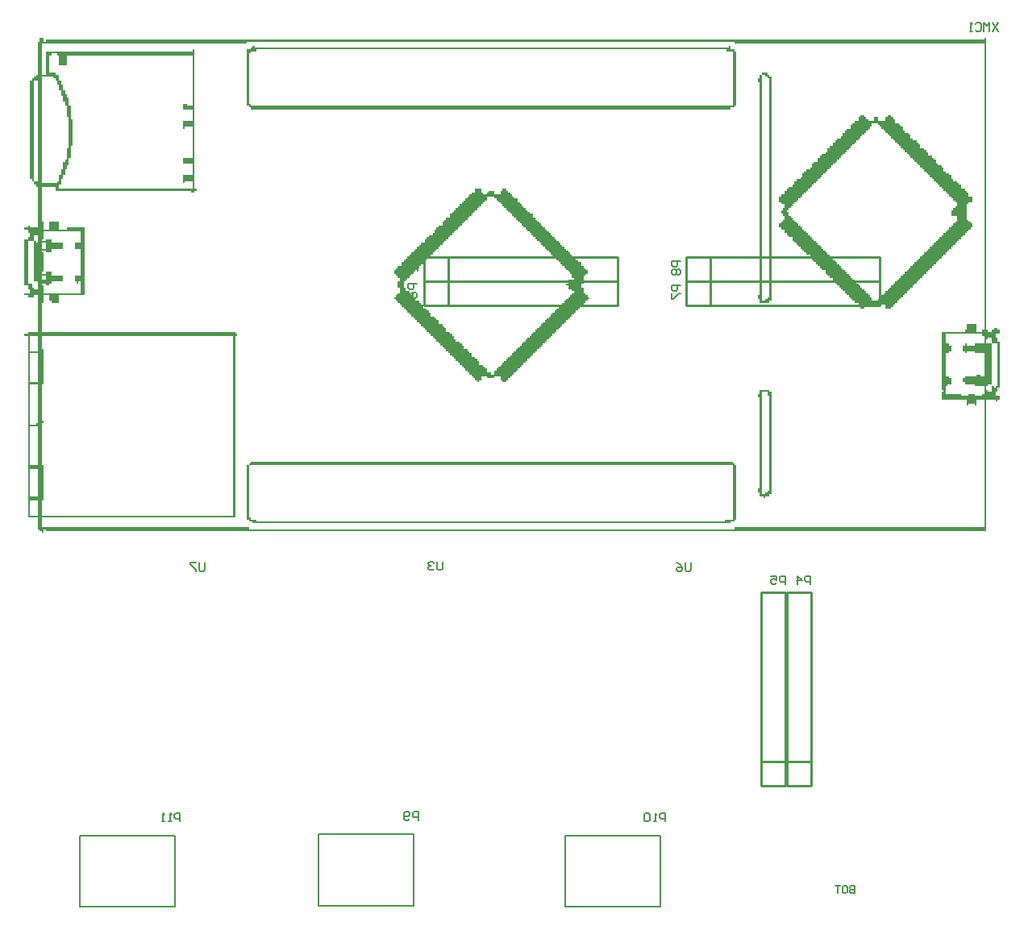
<source format=gbr>
G04 Layer_Color=32896*
%FSLAX26Y26*%
%MOIN*%
%TF.FileFunction,Legend,Bot*%
%TF.Part,Single*%
G01*
G75*
%TA.AperFunction,NonConductor*%
%ADD40C,0.007874*%
%ADD41C,0.010000*%
%ADD42C,0.007000*%
%ADD43C,0.006000*%
G36*
X4139000Y2298913D02*
X4147000D01*
Y2290913D01*
X4163000D01*
Y2298913D01*
X4171000D01*
Y2306913D01*
X4187000D01*
Y2298913D01*
X4195000D01*
Y2282913D01*
X4179000D01*
Y2266913D01*
X4187000D01*
Y2250913D01*
X4195000D01*
Y2058913D01*
X4187000D01*
Y2042913D01*
X4179000D01*
Y2026913D01*
X4195000D01*
Y2010913D01*
X4187000D01*
Y2002913D01*
X4179000D01*
Y2010913D01*
X4139000D01*
Y1466913D01*
X251000D01*
Y1474913D01*
X243000D01*
Y1458913D01*
X235000D01*
Y1466913D01*
X227000D01*
Y1474913D01*
X219000D01*
Y1522913D01*
X179000D01*
Y2274913D01*
X163000D01*
Y2282913D01*
X179000D01*
Y2290913D01*
X219000D01*
Y2442913D01*
X203000D01*
Y2434913D01*
X179000D01*
Y2442913D01*
X163000D01*
Y2450913D01*
X187000D01*
Y2466913D01*
X179000D01*
Y2482913D01*
X163000D01*
Y2674913D01*
X179000D01*
Y2682913D01*
X187000D01*
Y2698913D01*
X179000D01*
Y2714913D01*
X163000D01*
Y2722913D01*
X179000D01*
Y2730913D01*
X187000D01*
Y2722913D01*
X219000D01*
Y2890913D01*
X211000D01*
Y2898913D01*
X203000D01*
Y2914913D01*
X195000D01*
Y2922913D01*
X187000D01*
Y3330913D01*
X195000D01*
Y3338913D01*
X203000D01*
Y3346913D01*
X211000D01*
Y3354913D01*
X219000D01*
Y3490913D01*
X227000D01*
Y3506913D01*
X243000D01*
Y3490913D01*
X251000D01*
Y3498913D01*
X4131000D01*
Y3506913D01*
X4139000D01*
Y2298913D01*
D02*
G37*
%LPC*%
G36*
X4123000Y2282913D02*
X3971000D01*
Y2242913D01*
X3987000D01*
Y2234913D01*
X3995000D01*
Y2210913D01*
X3987000D01*
Y2202913D01*
X3971000D01*
Y2106913D01*
X3987000D01*
Y2098913D01*
X3995000D01*
Y2074913D01*
X3979000D01*
Y2066913D01*
X3971000D01*
Y2034913D01*
X4035000D01*
Y2026913D01*
X4067000D01*
Y2034913D01*
X4091000D01*
Y2026913D01*
X4123000D01*
Y2034913D01*
X4131000D01*
Y2066913D01*
X4091000D01*
Y2074913D01*
X4051000D01*
Y2082913D01*
X4043000D01*
Y2098913D01*
X4051000D01*
Y2106913D01*
X4099000D01*
Y2114913D01*
X4115000D01*
Y2106913D01*
X4131000D01*
Y2202913D01*
X4091000D01*
Y2210913D01*
X4059000D01*
Y2202913D01*
X4051000D01*
Y2210913D01*
X4043000D01*
Y2234913D01*
X4051000D01*
Y2242913D01*
X4059000D01*
Y2234913D01*
X4091000D01*
Y2242913D01*
X4131000D01*
Y2274913D01*
X4123000D01*
Y2282913D01*
D02*
G37*
G36*
X219000Y2274913D02*
X187000D01*
Y2210913D01*
X219000D01*
Y2274913D01*
D02*
G37*
G36*
Y1594913D02*
X187000D01*
Y1530913D01*
X219000D01*
Y1594913D01*
D02*
G37*
G36*
X251000Y2522913D02*
X235000D01*
Y2506913D01*
X251000D01*
Y2522913D01*
D02*
G37*
G36*
X203000Y2666913D02*
X179000D01*
Y2490913D01*
X195000D01*
Y2474913D01*
X203000D01*
Y2466913D01*
X219000D01*
Y2498913D01*
X203000D01*
Y2666913D01*
D02*
G37*
G36*
X1027000Y2274913D02*
X235000D01*
Y2218913D01*
X243000D01*
Y2074913D01*
X235000D01*
Y1922913D01*
X243000D01*
Y1914913D01*
X235000D01*
Y1738913D01*
X243000D01*
Y1594913D01*
X235000D01*
Y1530913D01*
X1027000D01*
Y2274913D01*
D02*
G37*
G36*
X219000Y1898913D02*
X187000D01*
Y1738913D01*
X219000D01*
Y1898913D01*
D02*
G37*
G36*
Y1722913D02*
X187000D01*
Y1610913D01*
X219000D01*
Y1722913D01*
D02*
G37*
G36*
Y2074913D02*
X187000D01*
Y1906913D01*
X211000D01*
Y1914913D01*
X219000D01*
Y2074913D01*
D02*
G37*
G36*
Y2202913D02*
X187000D01*
Y2082913D01*
X219000D01*
Y2202913D01*
D02*
G37*
G36*
X4163000Y2266913D02*
X4147000D01*
Y2258913D01*
X4139000D01*
Y2242913D01*
X4163000D01*
Y2074913D01*
X4147000D01*
Y2066913D01*
X4139000D01*
Y2050913D01*
X4147000D01*
Y2042913D01*
X4163000D01*
Y2066913D01*
X4171000D01*
Y2058913D01*
X4179000D01*
Y2066913D01*
X4187000D01*
Y2242913D01*
X4163000D01*
Y2266913D01*
D02*
G37*
G36*
X283000Y3346913D02*
X235000D01*
Y2906913D01*
X299000D01*
Y2914913D01*
X307000D01*
Y2938913D01*
X315000D01*
Y2962913D01*
X323000D01*
Y2994913D01*
X331000D01*
Y3002913D01*
X339000D01*
Y3050913D01*
X347000D01*
Y3178913D01*
X339000D01*
Y3226913D01*
X331000D01*
Y3242913D01*
X323000D01*
Y3266913D01*
X315000D01*
Y3290913D01*
X307000D01*
Y3314913D01*
X299000D01*
Y3330913D01*
X291000D01*
Y3338913D01*
X283000D01*
Y3346913D01*
D02*
G37*
G36*
X3099000Y3490913D02*
X1083000D01*
Y3482913D01*
X235000D01*
Y3354913D01*
X251000D01*
Y3450913D01*
X859000D01*
Y3458913D01*
X867000D01*
Y2882913D01*
X875000D01*
Y2874913D01*
X867000D01*
Y2866913D01*
X851000D01*
Y2874913D01*
X291000D01*
Y2890913D01*
X235000D01*
Y2746913D01*
X243000D01*
Y2714913D01*
X267000D01*
Y2746913D01*
X307000D01*
Y2714913D01*
X339000D01*
Y2722913D01*
X411000D01*
Y2442913D01*
X307000D01*
Y2410913D01*
X275000D01*
Y2418913D01*
X267000D01*
Y2442913D01*
X243000D01*
Y2410913D01*
X235000D01*
Y2290913D01*
X1035000D01*
Y2282913D01*
X1043000D01*
Y2274913D01*
X1035000D01*
Y1522913D01*
X235000D01*
Y1482913D01*
X1091000D01*
Y1474913D01*
X3099000D01*
Y1482913D01*
X4131000D01*
Y2010913D01*
X4099000D01*
Y1986913D01*
X4091000D01*
Y1994913D01*
X4067000D01*
Y1986913D01*
X4059000D01*
Y2010913D01*
X3955000D01*
Y2042913D01*
X3963000D01*
Y2050913D01*
X3955000D01*
Y2290913D01*
X4051000D01*
Y2298913D01*
X4059000D01*
Y2322913D01*
X4099000D01*
Y2290913D01*
X4123000D01*
Y2298913D01*
X4131000D01*
Y3482913D01*
X3099000D01*
Y3490913D01*
D02*
G37*
G36*
X299000Y3442913D02*
X275000D01*
Y3434913D01*
X267000D01*
Y3362913D01*
X291000D01*
Y3354913D01*
X307000D01*
Y3330913D01*
X315000D01*
Y3314913D01*
X323000D01*
Y3290913D01*
X331000D01*
Y3274913D01*
X339000D01*
Y3258913D01*
X347000D01*
Y3226913D01*
X355000D01*
Y3170913D01*
X363000D01*
Y3058913D01*
X355000D01*
Y3010913D01*
X347000D01*
Y2978913D01*
X339000D01*
Y2962913D01*
X331000D01*
Y2938913D01*
X323000D01*
Y2922913D01*
X315000D01*
Y2898913D01*
X307000D01*
Y2882913D01*
X859000D01*
Y2914913D01*
X827000D01*
Y2906913D01*
X819000D01*
Y2938913D01*
X859000D01*
Y2986913D01*
X819000D01*
Y3010913D01*
X859000D01*
Y3138913D01*
X827000D01*
Y3130913D01*
X819000D01*
Y3162913D01*
X859000D01*
Y3210913D01*
X819000D01*
Y3234913D01*
X835000D01*
Y3226913D01*
X859000D01*
Y3434913D01*
X339000D01*
Y3394913D01*
X307000D01*
Y3434913D01*
X299000D01*
Y3442913D01*
D02*
G37*
G36*
X219000Y3330913D02*
X203000D01*
Y2914913D01*
X219000D01*
Y3330913D01*
D02*
G37*
G36*
X251000Y2658913D02*
X235000D01*
Y2634913D01*
X251000D01*
Y2658913D01*
D02*
G37*
G36*
X395000Y2706913D02*
X243000D01*
Y2674913D01*
X235000D01*
Y2666913D01*
X251000D01*
Y2674913D01*
X275000D01*
Y2658913D01*
X323000D01*
Y2634913D01*
X275000D01*
Y2618913D01*
X251000D01*
Y2626913D01*
X235000D01*
Y2618913D01*
X243000D01*
Y2538913D01*
X235000D01*
Y2530913D01*
X251000D01*
Y2538913D01*
X275000D01*
Y2522913D01*
X323000D01*
Y2498913D01*
X275000D01*
Y2490913D01*
X267000D01*
Y2482913D01*
X251000D01*
Y2490913D01*
X235000D01*
Y2482913D01*
X243000D01*
Y2450913D01*
X395000D01*
Y2498913D01*
X387000D01*
Y2490913D01*
X379000D01*
Y2498913D01*
X371000D01*
Y2522913D01*
X395000D01*
Y2634913D01*
X371000D01*
Y2658913D01*
X395000D01*
Y2706913D01*
D02*
G37*
G36*
X219000Y2690913D02*
X203000D01*
Y2666913D01*
X211000D01*
Y2658913D01*
X219000D01*
Y2690913D01*
D02*
G37*
%LPD*%
G36*
X3083000Y3458913D02*
X3099000D01*
Y3450913D01*
X3107000D01*
Y3226913D01*
X3099000D01*
Y3218913D01*
X3083000D01*
Y3210913D01*
X1099000D01*
Y3218913D01*
X1091000D01*
Y3226913D01*
X1083000D01*
Y3458913D01*
X1099000D01*
Y3466913D01*
X1107000D01*
Y3474913D01*
X1115000D01*
Y3466913D01*
X3075000D01*
Y3474913D01*
X3083000D01*
Y3458913D01*
D02*
G37*
G36*
X3091000Y1746913D02*
X3099000D01*
Y1738913D01*
X3107000D01*
Y1514913D01*
X3099000D01*
Y1506913D01*
X3083000D01*
Y1498913D01*
X1107000D01*
Y1506913D01*
X1091000D01*
Y1514913D01*
X1083000D01*
Y1738913D01*
X1091000D01*
Y1522913D01*
X1099000D01*
Y1514913D01*
X1123000D01*
Y1506913D01*
X3059000D01*
Y1514913D01*
X3091000D01*
Y1738913D01*
X1091000D01*
Y1746913D01*
X1099000D01*
Y1754913D01*
X3091000D01*
Y1746913D01*
D02*
G37*
G36*
X3243000Y2042913D02*
X3251000D01*
Y1618913D01*
X3243000D01*
Y1610913D01*
X3227000D01*
Y1602913D01*
X3219000D01*
Y1610913D01*
X3203000D01*
Y1626913D01*
X3195000D01*
Y1642913D01*
X3203000D01*
Y2018913D01*
X3195000D01*
Y2034913D01*
X3203000D01*
Y2050913D01*
X3243000D01*
Y2042913D01*
D02*
G37*
G36*
X2155000Y2874913D02*
X2163000D01*
Y2866913D01*
X2171000D01*
Y2858913D01*
X2179000D01*
Y2850913D01*
X2187000D01*
Y2842913D01*
X2203000D01*
Y2826913D01*
X2211000D01*
Y2818913D01*
X2219000D01*
Y2810913D01*
X2227000D01*
Y2802913D01*
X2235000D01*
Y2794913D01*
X2243000D01*
Y2786913D01*
X2251000D01*
Y2778913D01*
X2267000D01*
Y2762913D01*
X2275000D01*
Y2754913D01*
X2283000D01*
Y2746913D01*
X2291000D01*
Y2738913D01*
X2299000D01*
Y2730913D01*
X2307000D01*
Y2722913D01*
X2315000D01*
Y2714913D01*
X2323000D01*
Y2706913D01*
X2331000D01*
Y2698913D01*
X2339000D01*
Y2690913D01*
X2347000D01*
Y2682913D01*
X2355000D01*
Y2674913D01*
X2363000D01*
Y2666913D01*
X2371000D01*
Y2658913D01*
X2379000D01*
Y2650913D01*
X2387000D01*
Y2642913D01*
X2395000D01*
Y2634913D01*
X2403000D01*
Y2626913D01*
X2411000D01*
Y2618913D01*
X2419000D01*
Y2610913D01*
X2427000D01*
Y2602913D01*
X2435000D01*
Y2594913D01*
X2443000D01*
Y2586913D01*
X2451000D01*
Y2578913D01*
X2467000D01*
Y2562913D01*
X2475000D01*
Y2554913D01*
X2483000D01*
Y2546913D01*
X2491000D01*
Y2530913D01*
X2483000D01*
Y2522913D01*
X2475000D01*
Y2490913D01*
X2467000D01*
Y2474913D01*
X2475000D01*
Y2450913D01*
X2483000D01*
Y2442913D01*
X2491000D01*
Y2434913D01*
X2499000D01*
Y2426913D01*
X2491000D01*
Y2418913D01*
X2483000D01*
Y2410913D01*
X2475000D01*
Y2402913D01*
X2467000D01*
Y2394913D01*
X2459000D01*
Y2386913D01*
X2451000D01*
Y2378913D01*
X2443000D01*
Y2370913D01*
X2435000D01*
Y2362913D01*
X2427000D01*
Y2354913D01*
X2419000D01*
Y2346913D01*
X2411000D01*
Y2338913D01*
X2403000D01*
Y2330913D01*
X2395000D01*
Y2322913D01*
X2387000D01*
Y2314913D01*
X2379000D01*
Y2306913D01*
X2371000D01*
Y2298913D01*
X2363000D01*
Y2290913D01*
X2355000D01*
Y2282913D01*
X2347000D01*
Y2274913D01*
X2339000D01*
Y2266913D01*
X2331000D01*
Y2258913D01*
X2323000D01*
Y2250913D01*
X2315000D01*
Y2242913D01*
X2307000D01*
Y2234913D01*
X2299000D01*
Y2226913D01*
X2291000D01*
Y2218913D01*
X2283000D01*
Y2210913D01*
X2275000D01*
Y2202913D01*
X2267000D01*
Y2194913D01*
X2259000D01*
Y2186913D01*
X2251000D01*
Y2178913D01*
X2243000D01*
Y2170913D01*
X2235000D01*
Y2162913D01*
X2227000D01*
Y2154913D01*
X2219000D01*
Y2146913D01*
X2211000D01*
Y2138913D01*
X2203000D01*
Y2130913D01*
X2195000D01*
Y2122913D01*
X2187000D01*
Y2114913D01*
X2179000D01*
Y2106913D01*
X2171000D01*
Y2098913D01*
X2163000D01*
Y2090913D01*
X2155000D01*
Y2082913D01*
X2139000D01*
Y2090913D01*
X2131000D01*
Y2106913D01*
X2107000D01*
Y2098913D01*
X2075000D01*
Y2106913D01*
X2051000D01*
Y2090913D01*
X2043000D01*
Y2082913D01*
X2035000D01*
Y2090913D01*
X2027000D01*
Y2098913D01*
X2019000D01*
Y2106913D01*
X2011000D01*
Y2114913D01*
X2003000D01*
Y2122913D01*
X1995000D01*
Y2130913D01*
X1987000D01*
Y2138913D01*
X1979000D01*
Y2146913D01*
X1971000D01*
Y2154913D01*
X1963000D01*
Y2162913D01*
X1955000D01*
Y2170913D01*
X1947000D01*
Y2178913D01*
X1939000D01*
Y2186913D01*
X1931000D01*
Y2194913D01*
X1923000D01*
Y2202913D01*
X1915000D01*
Y2210913D01*
X1907000D01*
Y2218913D01*
X1899000D01*
Y2226913D01*
X1891000D01*
Y2234913D01*
X1883000D01*
Y2242913D01*
X1875000D01*
Y2250913D01*
X1867000D01*
Y2258913D01*
X1859000D01*
Y2266913D01*
X1851000D01*
Y2274913D01*
X1843000D01*
Y2282913D01*
X1835000D01*
Y2290913D01*
X1827000D01*
Y2298913D01*
X1819000D01*
Y2306913D01*
X1811000D01*
Y2314913D01*
X1803000D01*
Y2322913D01*
X1795000D01*
Y2330913D01*
X1787000D01*
Y2338913D01*
X1779000D01*
Y2346913D01*
X1771000D01*
Y2354913D01*
X1763000D01*
Y2362913D01*
X1755000D01*
Y2370913D01*
X1747000D01*
Y2378913D01*
X1739000D01*
Y2386913D01*
X1731000D01*
Y2394913D01*
X1723000D01*
Y2402913D01*
X1715000D01*
Y2410913D01*
X1707000D01*
Y2418913D01*
X1699000D01*
Y2426913D01*
X1691000D01*
Y2434913D01*
X1699000D01*
Y2442913D01*
X1707000D01*
Y2450913D01*
X1715000D01*
Y2474913D01*
X1707000D01*
Y2498913D01*
X1715000D01*
Y2514913D01*
X1707000D01*
Y2522913D01*
X1699000D01*
Y2530913D01*
X1691000D01*
Y2546913D01*
X1699000D01*
Y2554913D01*
X1707000D01*
Y2562913D01*
X1723000D01*
Y2578913D01*
X1731000D01*
Y2586913D01*
X1739000D01*
Y2594913D01*
X1747000D01*
Y2602913D01*
X1755000D01*
Y2610913D01*
X1763000D01*
Y2618913D01*
X1771000D01*
Y2626913D01*
X1779000D01*
Y2634913D01*
X1787000D01*
Y2642913D01*
X1795000D01*
Y2650913D01*
X1803000D01*
Y2658913D01*
X1819000D01*
Y2674913D01*
X1827000D01*
Y2682913D01*
X1835000D01*
Y2690913D01*
X1851000D01*
Y2698913D01*
X1859000D01*
Y2714913D01*
X1867000D01*
Y2722913D01*
X1875000D01*
Y2730913D01*
X1891000D01*
Y2746913D01*
X1899000D01*
Y2754913D01*
X1907000D01*
Y2762913D01*
X1923000D01*
Y2778913D01*
X1931000D01*
Y2786913D01*
X1939000D01*
Y2794913D01*
X1947000D01*
Y2802913D01*
X1955000D01*
Y2810913D01*
X1963000D01*
Y2818913D01*
X1971000D01*
Y2826913D01*
X1979000D01*
Y2834913D01*
X1987000D01*
Y2842913D01*
X1995000D01*
Y2850913D01*
X2003000D01*
Y2858913D01*
X2011000D01*
Y2866913D01*
X2027000D01*
Y2882913D01*
X2051000D01*
Y2866913D01*
X2059000D01*
Y2858913D01*
X2075000D01*
Y2866913D01*
X2083000D01*
Y2874913D01*
X2107000D01*
Y2858913D01*
X2131000D01*
Y2874913D01*
X2139000D01*
Y2882913D01*
X2155000D01*
Y2874913D01*
D02*
G37*
G36*
X3235000Y3354913D02*
X3243000D01*
Y3346913D01*
X3251000D01*
Y2418913D01*
X3243000D01*
Y2410913D01*
X3203000D01*
Y2426913D01*
X3195000D01*
Y2442913D01*
X3203000D01*
Y3322913D01*
X3195000D01*
Y3338913D01*
X3203000D01*
Y3354913D01*
X3211000D01*
Y2418913D01*
X3227000D01*
Y2426913D01*
X3235000D01*
Y2434913D01*
X3243000D01*
Y3338913D01*
X3235000D01*
Y3346913D01*
X3227000D01*
Y3354913D01*
X3211000D01*
Y3362913D01*
X3235000D01*
Y3354913D01*
D02*
G37*
G36*
X3747000Y3178913D02*
X3755000D01*
Y3170913D01*
X3763000D01*
Y3154913D01*
X3779000D01*
Y3146913D01*
X3787000D01*
Y3138913D01*
X3795000D01*
Y3122913D01*
X3803000D01*
Y3114913D01*
X3819000D01*
Y3106913D01*
X3827000D01*
Y3090913D01*
X3835000D01*
Y3082913D01*
X3851000D01*
Y3074913D01*
X3859000D01*
Y3066913D01*
X3867000D01*
Y3050913D01*
X3883000D01*
Y3042913D01*
X3891000D01*
Y3034913D01*
X3899000D01*
Y3018913D01*
X3915000D01*
Y3010913D01*
X3923000D01*
Y3002913D01*
X3931000D01*
Y2986913D01*
X3939000D01*
Y2978913D01*
X3955000D01*
Y2970913D01*
X3963000D01*
Y2954913D01*
X3971000D01*
Y2946913D01*
X3987000D01*
Y2938913D01*
X3995000D01*
Y2922913D01*
X4003000D01*
Y2914913D01*
X4019000D01*
Y2906913D01*
X4027000D01*
Y2898913D01*
X4035000D01*
Y2882913D01*
X4051000D01*
Y2874913D01*
X4059000D01*
Y2866913D01*
X4067000D01*
Y2850913D01*
X4083000D01*
Y2826913D01*
X4067000D01*
Y2818913D01*
X4059000D01*
Y2754913D01*
X4067000D01*
Y2746913D01*
X4075000D01*
Y2738913D01*
X4083000D01*
Y2722913D01*
X4075000D01*
Y2714913D01*
X4067000D01*
Y2706913D01*
X4059000D01*
Y2698913D01*
X4051000D01*
Y2690913D01*
X4043000D01*
Y2682913D01*
X4035000D01*
Y2674913D01*
X4027000D01*
Y2666913D01*
X4019000D01*
Y2658913D01*
X4011000D01*
Y2650913D01*
X4003000D01*
Y2642913D01*
X3995000D01*
Y2634913D01*
X3987000D01*
Y2626913D01*
X3979000D01*
Y2618913D01*
X3971000D01*
Y2610913D01*
X3963000D01*
Y2602913D01*
X3955000D01*
Y2594913D01*
X3947000D01*
Y2586913D01*
X3939000D01*
Y2578913D01*
X3931000D01*
Y2570913D01*
X3923000D01*
Y2562913D01*
X3915000D01*
Y2554913D01*
X3907000D01*
Y2546913D01*
X3899000D01*
Y2538913D01*
X3891000D01*
Y2530913D01*
X3883000D01*
Y2522913D01*
X3875000D01*
Y2514913D01*
X3867000D01*
Y2506913D01*
X3859000D01*
Y2498913D01*
X3851000D01*
Y2490913D01*
X3843000D01*
Y2482913D01*
X3835000D01*
Y2474913D01*
X3827000D01*
Y2466913D01*
X3819000D01*
Y2458913D01*
X3811000D01*
Y2450913D01*
X3803000D01*
Y2442913D01*
X3795000D01*
Y2434913D01*
X3787000D01*
Y2426913D01*
X3779000D01*
Y2418913D01*
X3771000D01*
Y2410913D01*
X3763000D01*
Y2402913D01*
X3755000D01*
Y2394913D01*
X3747000D01*
Y2386913D01*
X3723000D01*
Y2402913D01*
X3643000D01*
Y2394913D01*
X3635000D01*
Y2386913D01*
X3619000D01*
Y2394913D01*
X3611000D01*
Y2410913D01*
X3595000D01*
Y2418913D01*
X3587000D01*
Y2426913D01*
X3579000D01*
Y2434913D01*
X3571000D01*
Y2442913D01*
X3563000D01*
Y2450913D01*
X3555000D01*
Y2458913D01*
X3547000D01*
Y2466913D01*
X3539000D01*
Y2474913D01*
X3531000D01*
Y2482913D01*
X3523000D01*
Y2490913D01*
X3515000D01*
Y2498913D01*
X3507000D01*
Y2514913D01*
X3491000D01*
Y2522913D01*
X3483000D01*
Y2530913D01*
X3475000D01*
Y2546913D01*
X3459000D01*
Y2554913D01*
X3451000D01*
Y2562913D01*
X3443000D01*
Y2570913D01*
X3435000D01*
Y2578913D01*
X3427000D01*
Y2586913D01*
X3419000D01*
Y2594913D01*
X3411000D01*
Y2610913D01*
X3395000D01*
Y2618913D01*
X3387000D01*
Y2626913D01*
X3379000D01*
Y2634913D01*
X3371000D01*
Y2642913D01*
X3363000D01*
Y2650913D01*
X3355000D01*
Y2658913D01*
X3347000D01*
Y2666913D01*
X3339000D01*
Y2682913D01*
X3323000D01*
Y2690913D01*
X3315000D01*
Y2698913D01*
X3307000D01*
Y2714913D01*
X3291000D01*
Y2722913D01*
X3283000D01*
Y2738913D01*
X3291000D01*
Y2746913D01*
X3299000D01*
Y2754913D01*
X3307000D01*
Y2770913D01*
X3299000D01*
Y2778913D01*
X3291000D01*
Y2794913D01*
X3299000D01*
Y2802913D01*
X3307000D01*
Y2818913D01*
X3291000D01*
Y2826913D01*
X3283000D01*
Y2850913D01*
X3291000D01*
Y2858913D01*
X3307000D01*
Y2874913D01*
X3315000D01*
Y2882913D01*
X3323000D01*
Y2890913D01*
X3339000D01*
Y2898913D01*
X3347000D01*
Y2914913D01*
X3355000D01*
Y2922913D01*
X3371000D01*
Y2930913D01*
X3379000D01*
Y2946913D01*
X3387000D01*
Y2954913D01*
X3395000D01*
Y2962913D01*
X3411000D01*
Y2970913D01*
X3419000D01*
Y2986913D01*
X3427000D01*
Y2994913D01*
X3443000D01*
Y3010913D01*
X3451000D01*
Y3018913D01*
X3459000D01*
Y3026913D01*
X3475000D01*
Y3034913D01*
X3483000D01*
Y3050913D01*
X3491000D01*
Y3058913D01*
X3507000D01*
Y3074913D01*
X3515000D01*
Y3082913D01*
X3523000D01*
Y3090913D01*
X3539000D01*
Y3098913D01*
X3547000D01*
Y3114913D01*
X3555000D01*
Y3122913D01*
X3563000D01*
Y3130913D01*
X3579000D01*
Y3146913D01*
X3587000D01*
Y3154913D01*
X3595000D01*
Y3162913D01*
X3611000D01*
Y3178913D01*
X3619000D01*
Y3186913D01*
X3635000D01*
Y3178913D01*
X3643000D01*
Y3170913D01*
X3651000D01*
Y3162913D01*
X3675000D01*
Y3178913D01*
X3691000D01*
Y3162913D01*
X3723000D01*
Y3178913D01*
X3731000D01*
Y3186913D01*
X3747000D01*
Y3178913D01*
D02*
G37*
%LPC*%
G36*
X3067000Y3458913D02*
X1123000D01*
Y3450913D01*
X1099000D01*
Y3442913D01*
X1091000D01*
Y3234913D01*
X1099000D01*
Y3226913D01*
X3091000D01*
Y3450913D01*
X3067000D01*
Y3458913D01*
D02*
G37*
G36*
X3235000Y2042913D02*
X3211000D01*
Y1618913D01*
X3227000D01*
Y1626913D01*
X3235000D01*
Y1634913D01*
X3243000D01*
Y2026913D01*
X3235000D01*
Y2042913D01*
D02*
G37*
G36*
X2107000Y2850913D02*
X2075000D01*
Y2834913D01*
X2067000D01*
Y2826913D01*
X2059000D01*
Y2818913D01*
X2051000D01*
Y2810913D01*
X2043000D01*
Y2802913D01*
X2035000D01*
Y2794913D01*
X2027000D01*
Y2786913D01*
X2019000D01*
Y2778913D01*
X2011000D01*
Y2770913D01*
X2003000D01*
Y2762913D01*
X1995000D01*
Y2754913D01*
X1987000D01*
Y2746913D01*
X1979000D01*
Y2738913D01*
X1971000D01*
Y2730913D01*
X1963000D01*
Y2722913D01*
X1955000D01*
Y2714913D01*
X1947000D01*
Y2706913D01*
X1939000D01*
Y2698913D01*
X1931000D01*
Y2690913D01*
X1923000D01*
Y2682913D01*
X1915000D01*
Y2674913D01*
X1907000D01*
Y2666913D01*
X1899000D01*
Y2658913D01*
X1891000D01*
Y2650913D01*
X1883000D01*
Y2642913D01*
X1875000D01*
Y2634913D01*
X1867000D01*
Y2626913D01*
X1859000D01*
Y2618913D01*
X1851000D01*
Y2610913D01*
X1843000D01*
Y2602913D01*
X1835000D01*
Y2594913D01*
X1827000D01*
Y2586913D01*
X1819000D01*
Y2578913D01*
X1811000D01*
Y2570913D01*
X1803000D01*
Y2562913D01*
X1795000D01*
Y2554913D01*
X1787000D01*
Y2546913D01*
X1779000D01*
Y2538913D01*
X1771000D01*
Y2530913D01*
X1763000D01*
Y2522913D01*
X1755000D01*
Y2514913D01*
X1747000D01*
Y2506913D01*
X1739000D01*
Y2498913D01*
X1731000D01*
Y2474913D01*
X1739000D01*
Y2458913D01*
X1755000D01*
Y2450913D01*
X1763000D01*
Y2442913D01*
X1771000D01*
Y2426913D01*
X1779000D01*
Y2418913D01*
X1795000D01*
Y2410913D01*
X1803000D01*
Y2402913D01*
X1811000D01*
Y2386913D01*
X1827000D01*
Y2378913D01*
X1835000D01*
Y2370913D01*
X1843000D01*
Y2354913D01*
X1859000D01*
Y2346913D01*
X1867000D01*
Y2338913D01*
X1875000D01*
Y2322913D01*
X1891000D01*
Y2314913D01*
X1899000D01*
Y2306913D01*
X1907000D01*
Y2290913D01*
X1923000D01*
Y2282913D01*
X1931000D01*
Y2274913D01*
X1939000D01*
Y2258913D01*
X1947000D01*
Y2250913D01*
X1963000D01*
Y2242913D01*
X1971000D01*
Y2234913D01*
X1979000D01*
Y2218913D01*
X1995000D01*
Y2210913D01*
X2003000D01*
Y2202913D01*
X2011000D01*
Y2186913D01*
X2027000D01*
Y2178913D01*
X2035000D01*
Y2170913D01*
X2043000D01*
Y2154913D01*
X2059000D01*
Y2146913D01*
X2067000D01*
Y2138913D01*
X2075000D01*
Y2122913D01*
X2091000D01*
Y2114913D01*
X2107000D01*
Y2130913D01*
X2115000D01*
Y2138913D01*
X2123000D01*
Y2146913D01*
X2131000D01*
Y2154913D01*
X2139000D01*
Y2162913D01*
X2147000D01*
Y2170913D01*
X2155000D01*
Y2178913D01*
X2163000D01*
Y2186913D01*
X2171000D01*
Y2194913D01*
X2179000D01*
Y2202913D01*
X2187000D01*
Y2210913D01*
X2195000D01*
Y2218913D01*
X2203000D01*
Y2226913D01*
X2211000D01*
Y2234913D01*
X2219000D01*
Y2242913D01*
X2227000D01*
Y2250913D01*
X2235000D01*
Y2258913D01*
X2243000D01*
Y2266913D01*
X2251000D01*
Y2274913D01*
X2259000D01*
Y2282913D01*
X2267000D01*
Y2290913D01*
X2275000D01*
Y2298913D01*
X2283000D01*
Y2306913D01*
X2291000D01*
Y2314913D01*
X2299000D01*
Y2322913D01*
X2307000D01*
Y2330913D01*
X2315000D01*
Y2338913D01*
X2323000D01*
Y2346913D01*
X2331000D01*
Y2354913D01*
X2339000D01*
Y2362913D01*
X2347000D01*
Y2370913D01*
X2355000D01*
Y2378913D01*
X2363000D01*
Y2386913D01*
X2371000D01*
Y2394913D01*
X2379000D01*
Y2402913D01*
X2387000D01*
Y2410913D01*
X2395000D01*
Y2418913D01*
X2403000D01*
Y2426913D01*
X2411000D01*
Y2434913D01*
X2419000D01*
Y2442913D01*
X2427000D01*
Y2450913D01*
X2435000D01*
Y2458913D01*
X2427000D01*
Y2466913D01*
X2411000D01*
Y2482913D01*
X2403000D01*
Y2490913D01*
X2411000D01*
Y2506913D01*
X2435000D01*
Y2514913D01*
X2427000D01*
Y2530913D01*
X2419000D01*
Y2538913D01*
X2411000D01*
Y2546913D01*
X2403000D01*
Y2554913D01*
X2395000D01*
Y2562913D01*
X2387000D01*
Y2570913D01*
X2379000D01*
Y2578913D01*
X2371000D01*
Y2586913D01*
X2363000D01*
Y2594913D01*
X2355000D01*
Y2602913D01*
X2347000D01*
Y2610913D01*
X2339000D01*
Y2618913D01*
X2331000D01*
Y2626913D01*
X2323000D01*
Y2634913D01*
X2315000D01*
Y2642913D01*
X2307000D01*
Y2650913D01*
X2299000D01*
Y2658913D01*
X2291000D01*
Y2666913D01*
X2283000D01*
Y2674913D01*
X2275000D01*
Y2682913D01*
X2267000D01*
Y2690913D01*
X2259000D01*
Y2698913D01*
X2251000D01*
Y2706913D01*
X2243000D01*
Y2714913D01*
X2235000D01*
Y2722913D01*
X2227000D01*
Y2730913D01*
X2219000D01*
Y2738913D01*
X2211000D01*
Y2746913D01*
X2203000D01*
Y2754913D01*
X2195000D01*
Y2762913D01*
X2187000D01*
Y2770913D01*
X2179000D01*
Y2778913D01*
X2171000D01*
Y2786913D01*
X2163000D01*
Y2794913D01*
X2155000D01*
Y2802913D01*
X2147000D01*
Y2810913D01*
X2139000D01*
Y2818913D01*
X2131000D01*
Y2826913D01*
X2123000D01*
Y2834913D01*
X2115000D01*
Y2842913D01*
X2107000D01*
Y2850913D01*
D02*
G37*
G36*
X3691000Y3154913D02*
X3667000D01*
Y3138913D01*
X3659000D01*
Y3130913D01*
X3651000D01*
Y3122913D01*
X3643000D01*
Y3114913D01*
X3635000D01*
Y3106913D01*
X3627000D01*
Y3098913D01*
X3619000D01*
Y3090913D01*
X3611000D01*
Y3082913D01*
X3603000D01*
Y3074913D01*
X3595000D01*
Y3066913D01*
X3587000D01*
Y3058913D01*
X3579000D01*
Y3050913D01*
X3571000D01*
Y3042913D01*
X3563000D01*
Y3034913D01*
X3555000D01*
Y3026913D01*
X3547000D01*
Y3018913D01*
X3539000D01*
Y3010913D01*
X3531000D01*
Y3002913D01*
X3523000D01*
Y2994913D01*
X3515000D01*
Y2986913D01*
X3507000D01*
Y2978913D01*
X3499000D01*
Y2970913D01*
X3491000D01*
Y2962913D01*
X3483000D01*
Y2954913D01*
X3475000D01*
Y2946913D01*
X3467000D01*
Y2938913D01*
X3459000D01*
Y2930913D01*
X3451000D01*
Y2922913D01*
X3443000D01*
Y2914913D01*
X3435000D01*
Y2906913D01*
X3427000D01*
Y2898913D01*
X3419000D01*
Y2890913D01*
X3411000D01*
Y2882913D01*
X3403000D01*
Y2874913D01*
X3395000D01*
Y2866913D01*
X3387000D01*
Y2858913D01*
X3379000D01*
Y2850913D01*
X3371000D01*
Y2842913D01*
X3363000D01*
Y2834913D01*
X3355000D01*
Y2826913D01*
X3347000D01*
Y2818913D01*
X3339000D01*
Y2810913D01*
X3331000D01*
Y2802913D01*
X3323000D01*
Y2794913D01*
X3315000D01*
Y2786913D01*
X3323000D01*
Y2770913D01*
X3331000D01*
Y2762913D01*
X3339000D01*
Y2754913D01*
X3347000D01*
Y2746913D01*
X3355000D01*
Y2738913D01*
X3363000D01*
Y2730913D01*
X3371000D01*
Y2722913D01*
X3379000D01*
Y2714913D01*
X3387000D01*
Y2706913D01*
X3395000D01*
Y2698913D01*
X3403000D01*
Y2690913D01*
X3411000D01*
Y2682913D01*
X3419000D01*
Y2674913D01*
X3427000D01*
Y2666913D01*
X3435000D01*
Y2658913D01*
X3443000D01*
Y2650913D01*
X3451000D01*
Y2642913D01*
X3459000D01*
Y2634913D01*
X3467000D01*
Y2626913D01*
X3475000D01*
Y2618913D01*
X3483000D01*
Y2610913D01*
X3491000D01*
Y2602913D01*
X3499000D01*
Y2594913D01*
X3507000D01*
Y2586913D01*
X3515000D01*
Y2578913D01*
X3523000D01*
Y2570913D01*
X3531000D01*
Y2562913D01*
X3539000D01*
Y2554913D01*
X3547000D01*
Y2546913D01*
X3555000D01*
Y2538913D01*
X3563000D01*
Y2530913D01*
X3571000D01*
Y2522913D01*
X3579000D01*
Y2514913D01*
X3587000D01*
Y2506913D01*
X3595000D01*
Y2498913D01*
X3603000D01*
Y2490913D01*
X3611000D01*
Y2482913D01*
X3619000D01*
Y2474913D01*
X3627000D01*
Y2466913D01*
X3635000D01*
Y2458913D01*
X3643000D01*
Y2450913D01*
X3651000D01*
Y2442913D01*
X3659000D01*
Y2434913D01*
X3667000D01*
Y2418913D01*
X3691000D01*
Y2426913D01*
X3699000D01*
Y2434913D01*
X3707000D01*
Y2442913D01*
X3715000D01*
Y2450913D01*
X3723000D01*
Y2458913D01*
X3731000D01*
Y2466913D01*
X3739000D01*
Y2474913D01*
X3747000D01*
Y2482913D01*
X3755000D01*
Y2490913D01*
X3763000D01*
Y2498913D01*
X3771000D01*
Y2506913D01*
X3779000D01*
Y2514913D01*
X3787000D01*
Y2522913D01*
X3795000D01*
Y2530913D01*
X3803000D01*
Y2538913D01*
X3811000D01*
Y2546913D01*
X3819000D01*
Y2554913D01*
X3827000D01*
Y2562913D01*
X3835000D01*
Y2570913D01*
X3843000D01*
Y2578913D01*
X3851000D01*
Y2586913D01*
X3859000D01*
Y2594913D01*
X3867000D01*
Y2602913D01*
X3875000D01*
Y2610913D01*
X3883000D01*
Y2618913D01*
X3891000D01*
Y2626913D01*
X3899000D01*
Y2634913D01*
X3907000D01*
Y2642913D01*
X3915000D01*
Y2650913D01*
X3923000D01*
Y2658913D01*
X3931000D01*
Y2666913D01*
X3939000D01*
Y2674913D01*
X3947000D01*
Y2682913D01*
X3955000D01*
Y2690913D01*
X3963000D01*
Y2698913D01*
X3971000D01*
Y2706913D01*
X3979000D01*
Y2714913D01*
X3987000D01*
Y2722913D01*
X3995000D01*
Y2730913D01*
X4003000D01*
Y2738913D01*
X4011000D01*
Y2746913D01*
X4019000D01*
Y2770913D01*
X3995000D01*
Y2794913D01*
X4003000D01*
Y2802913D01*
X4011000D01*
Y2810913D01*
X4019000D01*
Y2826913D01*
X4011000D01*
Y2834913D01*
X4003000D01*
Y2842913D01*
X3995000D01*
Y2850913D01*
X3987000D01*
Y2858913D01*
X3979000D01*
Y2866913D01*
X3971000D01*
Y2874913D01*
X3963000D01*
Y2882913D01*
X3955000D01*
Y2890913D01*
X3947000D01*
Y2898913D01*
X3939000D01*
Y2906913D01*
X3931000D01*
Y2914913D01*
X3923000D01*
Y2922913D01*
X3915000D01*
Y2930913D01*
X3907000D01*
Y2938913D01*
X3899000D01*
Y2946913D01*
X3891000D01*
Y2954913D01*
X3883000D01*
Y2962913D01*
X3875000D01*
Y2970913D01*
X3867000D01*
Y2978913D01*
X3859000D01*
Y2986913D01*
X3851000D01*
Y2994913D01*
X3843000D01*
Y3002913D01*
X3835000D01*
Y3010913D01*
X3827000D01*
Y3018913D01*
X3819000D01*
Y3026913D01*
X3811000D01*
Y3034913D01*
X3803000D01*
Y3042913D01*
X3795000D01*
Y3050913D01*
X3787000D01*
Y3058913D01*
X3779000D01*
Y3066913D01*
X3771000D01*
Y3074913D01*
X3763000D01*
Y3082913D01*
X3755000D01*
Y3090913D01*
X3747000D01*
Y3098913D01*
X3739000D01*
Y3106913D01*
X3731000D01*
Y3114913D01*
X3723000D01*
Y3122913D01*
X3715000D01*
Y3130913D01*
X3707000D01*
Y3138913D01*
X3699000D01*
Y3146913D01*
X3691000D01*
Y3154913D01*
D02*
G37*
%LPD*%
D40*
X393150Y207638D02*
X786850D01*
X393150Y-87638D02*
X786850D01*
Y207638D01*
X393150Y-87638D02*
Y207638D01*
X1377520Y212638D02*
X1771220D01*
X1377520Y-82638D02*
X1771220D01*
Y212638D01*
X1377520Y-82638D02*
Y212638D01*
X2398150Y207638D02*
X2791850D01*
X2398150Y-87638D02*
X2791850D01*
Y207638D01*
X2398150Y-87638D02*
Y207638D01*
D41*
X1915001Y2400000D02*
Y2500000D01*
X1815001D02*
X2615001D01*
Y2400000D02*
Y2500000D01*
X1815001Y2400000D02*
X2615001D01*
X1815001D02*
Y2500000D01*
X1915001D02*
Y2600000D01*
X1815001D02*
X2615001D01*
Y2500000D02*
Y2600000D01*
X1815001Y2500000D02*
X2615001D01*
X1815001D02*
Y2600000D01*
X3000001Y2400000D02*
Y2500000D01*
X2900001D02*
X3700001D01*
Y2400000D02*
Y2500000D01*
X2900001Y2400000D02*
X3700001D01*
X2900001D02*
Y2500000D01*
X3000001D02*
Y2600000D01*
X2900001D02*
X3700001D01*
Y2500000D02*
Y2600000D01*
X2900001Y2500000D02*
X3700001D01*
X2900001D02*
Y2600000D01*
X3315000Y415000D02*
X3415000D01*
Y1215000D01*
X3315000D02*
X3415000D01*
X3315000Y415000D02*
Y1215000D01*
Y515000D02*
X3415000D01*
X3210000Y415000D02*
X3310000D01*
Y1215000D01*
X3210000D02*
X3310000D01*
X3210000Y415000D02*
Y1215000D01*
Y515000D02*
X3310000D01*
D42*
X806953Y265504D02*
Y300493D01*
X789458D01*
X783627Y294661D01*
Y282998D01*
X789458Y277167D01*
X806953D01*
X771964Y265504D02*
X760301D01*
X766133D01*
Y300493D01*
X771964Y294661D01*
X742807Y265504D02*
X731144D01*
X736975D01*
Y300493D01*
X742807Y294661D01*
X1790953Y270504D02*
Y305493D01*
X1773458D01*
X1767627Y299661D01*
Y287998D01*
X1773458Y282167D01*
X1790953D01*
X1755964Y276335D02*
X1750133Y270504D01*
X1738470D01*
X1732638Y276335D01*
Y299661D01*
X1738470Y305493D01*
X1750133D01*
X1755964Y299661D01*
Y293830D01*
X1750133Y287998D01*
X1732638D01*
X2917953Y1335493D02*
Y1306335D01*
X2912121Y1300504D01*
X2900458D01*
X2894627Y1306335D01*
Y1335493D01*
X2859638D02*
X2871301Y1329661D01*
X2882964Y1317998D01*
Y1306335D01*
X2877133Y1300504D01*
X2865470D01*
X2859638Y1306335D01*
Y1312167D01*
X2865470Y1317998D01*
X2882964D01*
X2811953Y265504D02*
Y300493D01*
X2794458D01*
X2788627Y294661D01*
Y282998D01*
X2794458Y277167D01*
X2811953D01*
X2776964Y265504D02*
X2765301D01*
X2771133D01*
Y300493D01*
X2776964Y294661D01*
X2747807D02*
X2741975Y300493D01*
X2730312D01*
X2724481Y294661D01*
Y271335D01*
X2730312Y265504D01*
X2741975D01*
X2747807Y271335D01*
Y294661D01*
X907953Y1335493D02*
Y1306335D01*
X902121Y1300504D01*
X890458D01*
X884627Y1306335D01*
Y1335493D01*
X872964D02*
X849638D01*
Y1329661D01*
X872964Y1306335D01*
Y1300504D01*
X1891953Y1340493D02*
Y1311335D01*
X1886121Y1305504D01*
X1874458D01*
X1868627Y1311335D01*
Y1340493D01*
X1856964Y1334661D02*
X1851133Y1340493D01*
X1839470D01*
X1833638Y1334661D01*
Y1328830D01*
X1839470Y1322998D01*
X1845301D01*
X1839470D01*
X1833638Y1317167D01*
Y1311335D01*
X1839470Y1305504D01*
X1851133D01*
X1856964Y1311335D01*
X4187953Y3568492D02*
X4164627Y3533504D01*
Y3568492D02*
X4187953Y3533504D01*
X4152964D02*
Y3568492D01*
X4141301Y3556830D01*
X4129638Y3568492D01*
Y3533504D01*
X4094649Y3562661D02*
X4100481Y3568492D01*
X4112144D01*
X4117975Y3562661D01*
Y3539335D01*
X4112144Y3533504D01*
X4100481D01*
X4094649Y3539335D01*
X4082987Y3533504D02*
X4071324D01*
X4077155D01*
Y3568492D01*
X4082987Y3562661D01*
X1785000Y2490000D02*
X1750011D01*
Y2472506D01*
X1755843Y2466674D01*
X1767506D01*
X1773337Y2472506D01*
Y2490000D01*
X1750011Y2431686D02*
X1755843Y2443348D01*
X1767506Y2455011D01*
X1779169D01*
X1785000Y2449180D01*
Y2437517D01*
X1779169Y2431686D01*
X1773337D01*
X1767506Y2437517D01*
Y2455011D01*
X1790000Y2590000D02*
X1755011D01*
Y2572506D01*
X1760843Y2566674D01*
X1772506D01*
X1778337Y2572506D01*
Y2590000D01*
X1790000Y2555011D02*
Y2543348D01*
Y2549180D01*
X1755011D01*
X1760843Y2555011D01*
X2875000Y2485000D02*
X2840011D01*
Y2467506D01*
X2845843Y2461674D01*
X2857506D01*
X2863337Y2467506D01*
Y2485000D01*
X2840011Y2450011D02*
Y2426686D01*
X2845843D01*
X2869169Y2450011D01*
X2875000D01*
Y2585000D02*
X2840011D01*
Y2567506D01*
X2845843Y2561674D01*
X2857506D01*
X2863337Y2567506D01*
Y2585000D01*
X2845843Y2550011D02*
X2840011Y2544180D01*
Y2532517D01*
X2845843Y2526686D01*
X2851674D01*
X2857506Y2532517D01*
X2863337Y2526686D01*
X2869169D01*
X2875000Y2532517D01*
Y2544180D01*
X2869169Y2550011D01*
X2863337D01*
X2857506Y2544180D01*
X2851674Y2550011D01*
X2845843D01*
X2857506Y2544180D02*
Y2532517D01*
X3412953Y1246504D02*
Y1281493D01*
X3395458D01*
X3389627Y1275661D01*
Y1263998D01*
X3395458Y1258167D01*
X3412953D01*
X3360470Y1246504D02*
Y1281493D01*
X3377964Y1263998D01*
X3354638D01*
X3307953Y1246504D02*
Y1281493D01*
X3290458D01*
X3284627Y1275661D01*
Y1263998D01*
X3290458Y1258167D01*
X3307953D01*
X3249638Y1281493D02*
X3272964D01*
Y1263998D01*
X3261301Y1269830D01*
X3255470D01*
X3249638Y1263998D01*
Y1252335D01*
X3255470Y1246504D01*
X3267133D01*
X3272964Y1252335D01*
D43*
X3595000Y-10D02*
Y-30000D01*
X3580005D01*
X3575006Y-25002D01*
Y-20003D01*
X3580005Y-15005D01*
X3595000D01*
X3580005D01*
X3575006Y-10007D01*
Y-5008D01*
X3580005Y-10D01*
X3595000D01*
X3550015D02*
X3560011D01*
X3565010Y-5008D01*
Y-25002D01*
X3560011Y-30000D01*
X3550015D01*
X3545016Y-25002D01*
Y-5008D01*
X3550015Y-10D01*
X3535019D02*
X3515026D01*
X3525023D01*
Y-30000D01*
%TF.MD5,5575786aad9ba905408b5021f891f97a*%
M02*

</source>
